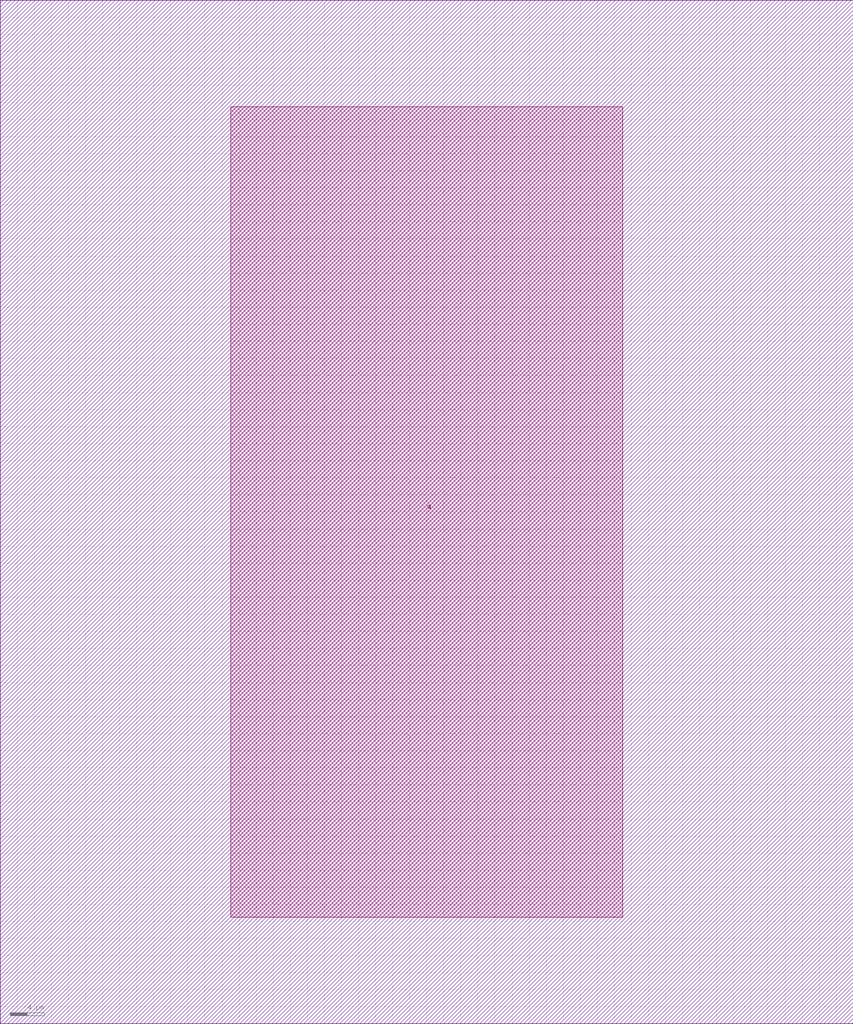
<source format=lef>
VERSION 5.8 ;

BUSBITCHARS "[]" ;

DIVIDERCHAR "/" ;

UNITS
	DATABASE MICRONS 1000 ;
END UNITS

MANUFACTURINGGRID 0.01 ;

CLEARANCEMEASURE EUCLIDEAN ;

USEMINSPACING OBS ON ;

SITE CoreSite
	CLASS CORE ;
	SIZE 1 BY 160 ;
END CoreSite

LAYER M1
	TYPE ROUTING ;
	DIRECTION HORIZONTAL ;
	WIDTH 4.4 ;
	SPACING 5.6 ;
	SPACING 0.09 ENDOFLINE 0.09 WITHIN 0.025 ;
	SPACINGTABLE
		PARALLELRUNLENGTH 0.0
		WIDTH 0.0 0.06
		WIDTH 0.1 0.1
		WIDTH 0.75 0.25
		WIDTH 1.5 0.45 ;
	PITCH 10.0 10.0 ;
END M1

LAYER via1
	TYPE CUT ;
	SPACING 5.6 ;
	WIDTH 4.4 ;
END via1

LAYER M2
	TYPE ROUTING ;
	DIRECTION VERTICAL ;
	WIDTH 4.4 ;
	SPACING 5.6 ;
	SPACING 0.09 ENDOFLINE 0.09 WITHIN 0.025 ;
	SPACINGTABLE
		PARALLELRUNLENGTH 0.0
		WIDTH 0.0 0.06
		WIDTH 0.1 0.1
		WIDTH 0.75 0.25
		WIDTH 1.5 0.45 ;
	PITCH 10.0 10.0 ;
END M2

LAYER via2
	TYPE CUT ;
	SPACING 5.6 ;
	WIDTH 4.4 ;
END via2

LAYER M3
	TYPE ROUTING ;
	DIRECTION HORIZONTAL ;
	WIDTH 4.4 ;
	SPACING 5.6 ;
	SPACING 0.09 ENDOFLINE 0.09 WITHIN 0.025 ;
	SPACINGTABLE
		PARALLELRUNLENGTH 0.0
		WIDTH 0.0 0.06
		WIDTH 0.1 0.1
		WIDTH 0.75 0.25
		WIDTH 1.5 0.45 ;
	PITCH 10.0 10.0 ;
END M3

LAYER via3
	TYPE CUT ;
	SPACING 5.6 ;
	WIDTH 4.4 ;
END via3

LAYER M4
	TYPE ROUTING ;
	DIRECTION VERTICAL ;
	WIDTH 4.4 ;
	SPACING 5.6 ;
	SPACING 0.09 ENDOFLINE 0.09 WITHIN 0.025 ;
	SPACINGTABLE
		PARALLELRUNLENGTH 0.0
		WIDTH 0.0 0.06
		WIDTH 0.1 0.1
		WIDTH 0.75 0.25
		WIDTH 1.5 0.45 ;
	PITCH 10.0 10.0 ;
END M4

LAYER via4
	TYPE CUT ;
	SPACING 5.6 ;
	WIDTH 4.4 ;
END via4

LAYER M5
	TYPE ROUTING ;
	DIRECTION HORIZONTAL ;
	WIDTH 4.4 ;
	SPACING 5.6 ;
	SPACING 0.09 ENDOFLINE 0.09 WITHIN 0.025 ;
	SPACINGTABLE
		PARALLELRUNLENGTH 0.0
		WIDTH 0.0 0.06
		WIDTH 0.1 0.1
		WIDTH 0.75 0.25
		WIDTH 1.5 0.45 ;
	PITCH 10.0 10.0 ;
END M5

LAYER via5
	TYPE CUT ;
	SPACING 5.6 ;
	WIDTH 4.4 ;
END via5

LAYER M6
	TYPE ROUTING ;
	DIRECTION VERTICAL ;
	WIDTH 4.4 ;
	SPACING 5.6 ;
	SPACING 0.09 ENDOFLINE 0.09 WITHIN 0.025 ;
	SPACINGTABLE
		PARALLELRUNLENGTH 0.0
		WIDTH 0.0 0.06
		WIDTH 0.1 0.1
		WIDTH 0.75 0.25
		WIDTH 1.5 0.45 ;
	PITCH 10.0 10.0 ;
END M6

LAYER via6
	TYPE CUT ;
	SPACING 5.6 ;
	WIDTH 4.4 ;
END via6

LAYER M7
	TYPE ROUTING ;
	DIRECTION HORIZONTAL ;
	WIDTH 4.4 ;
	SPACING 5.6 ;
	SPACING 0.09 ENDOFLINE 0.09 WITHIN 0.025 ;
	SPACINGTABLE
		PARALLELRUNLENGTH 0.0
		WIDTH 0.0 0.06
		WIDTH 0.1 0.1
		WIDTH 0.75 0.25
		WIDTH 1.5 0.45 ;
	PITCH 10.0 10.0 ;
END M7

LAYER OVERLAP
	TYPE OVERLAP ;
END OVERLAP

VIA VIA12 DEFAULT
	LAYER M1 ;
		RECT -2.2 -2.2 2.2 2.2 ;
	LAYER via1 ;
		RECT -2.2 -2.2 2.2 2.2 ;
	LAYER M2 ;
		RECT -2.2 -2.2 2.2 2.2 ;
END VIA12

VIA VIA23 DEFAULT
	LAYER M2 ;
		RECT -2.2 -2.2 2.2 2.2 ;
	LAYER via2 ;
		RECT -2.2 -2.2 2.2 2.2 ;
	LAYER M3 ;
		RECT -2.2 -2.2 2.2 2.2 ;
END VIA23

VIA VIA34 DEFAULT
	LAYER M3 ;
		RECT -2.2 -2.2 2.2 2.2 ;
	LAYER via3 ;
		RECT -2.2 -2.2 2.2 2.2 ;
	LAYER M4 ;
		RECT -2.2 -2.2 2.2 2.2 ;
END VIA34

VIA VIA45 DEFAULT
	LAYER M4 ;
		RECT -2.2 -2.2 2.2 2.2 ;
	LAYER via4 ;
		RECT -2.2 -2.2 2.2 2.2 ;
	LAYER M5 ;
		RECT -2.2 -2.2 2.2 2.2 ;
END VIA45

VIA VIA56 DEFAULT
	LAYER M5 ;
		RECT -2.2 -2.2 2.2 2.2 ;
	LAYER via5 ;
		RECT -2.2 -2.2 2.2 2.2 ;
	LAYER M6 ;
		RECT -2.2 -2.2 2.2 2.2 ;
END VIA56

VIA VIA67 DEFAULT
	LAYER M6 ;
		RECT -2.2 -2.2 2.2 2.2 ;
	LAYER via6 ;
		RECT -2.2 -2.2 2.2 2.2 ;
	LAYER M7 ;
		RECT -2.2 -2.2 2.2 2.2 ;
END VIA67

MACRO PAD
	CLASS CORE ;
	ORIGIN 0.0 0.0 ;
	SIZE 100.0 BY 120.0 ;
	SYMMETRY X Y ;
	SITE CoreSite ;
	PIN a
	DIRECTION INOUT ;
	USE SIGNAL ;
		PORT
			LAYER M1 ;
				RECT 27.0 12.5 73.0 107.5 ;
			LAYER M7 ;
				RECT 27.0 12.5 73.0 107.5 ;
		END
	END a
END PAD

MACRO LSmitll_AND2T
	CLASS CORE ;
	SIZE 100.0 BY 70.0 ;
	ORIGIN 0.0 0.0 ;
	SYMMETRY X Y ;
	SITE CoreSite ;
	PIN b
	DIRECTION INPUT ;
	USE SIGNAL ;
		PORT
			LAYER M3 ;
				RECT 82.8 52.8 87.2 57.2 ;
		END
	END b
	PIN clk
	DIRECTION INPUT ;
	USE CLOCK ;
		PORT
			LAYER M3 ;
				RECT 12.8 52.8 17.2 57.2 ;
		END
	END clk
	PIN a
	DIRECTION INPUT ;
	USE SIGNAL ;
		PORT
			LAYER M3 ;
				RECT 12.8 12.8 17.2 17.2 ;
		END
	END a
	PIN q
	DIRECTION OUTPUT ;
	USE SIGNAL ;
		PORT
			LAYER M3 ;
				RECT 82.8 12.8 87.2 17.2 ;
		END
	END q
END LSmitll_AND2T

MACRO LSmitll_DCSFQ-PTLTX
	CLASS CORE ;
	SIZE 60.1 BY 50.0 ;
	ORIGIN -0.1 0.0 ;
	SYMMETRY X Y ;
	SITE CoreSite ;
	PIN q
	DIRECTION OUTPUT ;
	USE SIGNAL ;
		PORT
			LAYER M3 ;
				RECT 52.8 12.8 57.2 17.2 ;
		END
	END q
END LSmitll_DCSFQ-PTLTX

MACRO LSmitll_OR2T
	CLASS CORE ;
	SIZE 100.0 BY 70.0 ;
	ORIGIN 0.0 0.0 ;
	SYMMETRY X Y ;
	SITE CoreSite ;
	PIN clk
	DIRECTION INPUT ;
	USE CLOCK ;
		PORT
			LAYER M3 ;
				RECT 82.8 52.8 87.2 57.2 ;
		END
	END clk
	PIN b
	DIRECTION INPUT ;
	USE SIGNAL ;
		PORT
			LAYER M3 ;
				RECT 12.8 52.8 17.2 57.2 ;
		END
	END b
	PIN a
	DIRECTION INPUT ;
	USE SIGNAL ;
		PORT
			LAYER M3 ;
				RECT 12.8 12.8 17.2 17.2 ;
		END
	END a
	PIN q
	DIRECTION OUTPUT ;
	USE SIGNAL ;
		PORT
			LAYER M3 ;
				RECT 82.8 12.8 87.2 17.2 ;
		END
	END q
END LSmitll_OR2T

MACRO LSmitll_PTLTX
	CLASS CORE ;
	SIZE 30.1 BY 70.0 ;
	ORIGIN -0.1 0.0 ;
	SYMMETRY X Y ;
	SITE CoreSite ;
	PIN q
	DIRECTION OUTPUT ;
	USE SIGNAL ;
		PORT
			LAYER M3 ;
				RECT 22.8 2.8 27.2 7.2 ;
		END
	END q
END LSmitll_PTLTX

MACRO LSmitll_JTLT
	CLASS CORE ;
	SIZE 40.0 BY 70.0 ;
	ORIGIN 0.0 0.0 ;
	SYMMETRY X Y ;
	SITE CoreSite ;
	PIN a
	DIRECTION INPUT ;
	USE SIGNAL ;
		PORT
			LAYER M3 ;
				RECT 2.8 52.8 7.2 57.2 ;
		END
	END a
	PIN q
	DIRECTION OUTPUT ;
	USE SIGNAL ;
		PORT
			LAYER M3 ;
				RECT 32.8 12.8 37.2 17.2 ;
		END
	END q
END LSmitll_JTLT

MACRO LSmitll_NDROT
	CLASS CORE ;
	SIZE 120.0 BY 70.0 ;
	ORIGIN 0.0 0.0 ;
	SYMMETRY X Y ;
	SITE CoreSite ;
	PIN in_clk
	DIRECTION INPUT ;
	USE CLOCK ;
		PORT
			LAYER M3 ;
				RECT 102.8 52.8 107.2 57.2 ;
		END
	END in_clk
	PIN a
	DIRECTION INPUT ;
	USE SIGNAL ;
		PORT
			LAYER M3 ;
				RECT 12.8 52.8 17.2 57.2 ;
		END
	END a
	PIN b
	DIRECTION INPUT ;
	USE SIGNAL ;
		PORT
			LAYER M3 ;
				RECT 12.8 12.8 17.2 17.2 ;
		END
	END b
	PIN q
	DIRECTION OUTPUT ;
	USE SIGNAL ;
		PORT
			LAYER M3 ;
				RECT 102.8 12.8 107.2 17.2 ;
		END
	END q
END LSmitll_NDROT

MACRO LSmitll_PTLRX_SFQDC
	CLASS CORE ;
	SIZE 100.1 BY 70.0 ;
	ORIGIN 0.0 0.0 ;
	SYMMETRY X Y ;
	SITE CoreSite ;
	PIN a
	DIRECTION INPUT ;
	USE SIGNAL ;
		PORT
			LAYER M3 ;
				RECT 12.8 52.8 17.2 57.2 ;
		END
	END a
END LSmitll_PTLRX_SFQDC

MACRO LSmitll_DFFT
	CLASS CORE ;
	SIZE 80.0 BY 70.0 ;
	ORIGIN 0.0 0.0 ;
	SYMMETRY X Y ;
	SITE CoreSite ;
	PIN clk
	DIRECTION INPUT ;
	USE CLOCK ;
		PORT
			LAYER M3 ;
				RECT 12.8 52.8 17.2 57.2 ;
		END
	END clk
	PIN a
	DIRECTION INPUT ;
	USE SIGNAL ;
		PORT
			LAYER M3 ;
				RECT 12.8 12.8 17.2 17.2 ;
		END
	END a
	PIN q
	DIRECTION OUTPUT ;
	USE SIGNAL ;
		PORT
			LAYER M3 ;
				RECT 62.8 12.8 67.2 17.2 ;
		END
	END q
END LSmitll_DFFT

MACRO LSmitll_NOTT
	CLASS CORE ;
	SIZE 100.0 BY 70.0 ;
	ORIGIN 0.0 0.0 ;
	SYMMETRY X Y ;
	SITE CoreSite ;
	PIN a
	DIRECTION INPUT ;
	USE SIGNAL ;
		PORT
			LAYER M3 ;
				RECT 12.8 52.8 17.2 57.2 ;
		END
	END a
	PIN clk
	DIRECTION INPUT ;
	USE CLOCK ;
		PORT
			LAYER M3 ;
				RECT 12.8 12.8 17.2 17.2 ;
		END
	END clk
	PIN q
	DIRECTION OUTPUT ;
	USE SIGNAL ;
		PORT
			LAYER M3 ;
				RECT 82.8 12.8 87.2 17.2 ;
		END
	END q
END LSmitll_NOTT

MACRO LSmitll_SPLITT
	CLASS CORE ;
	SIZE 50.0 BY 70.0 ;
	ORIGIN 0.0 0.0 ;
	SYMMETRY X Y ;
	SITE CoreSite ;
	PIN a
	DIRECTION INPUT ;
	USE SIGNAL ;
		PORT
			LAYER M3 ;
				RECT 12.8 52.8 17.2 57.2 ;
		END
	END a
	PIN q0
	DIRECTION OUTPUT ;
	USE SIGNAL ;
		PORT
			LAYER M3 ;
				RECT 12.8 12.8 17.2 17.2 ;
		END
	END q0
	PIN q1
	DIRECTION OUTPUT ;
	USE SIGNAL ;
		PORT
			LAYER M3 ;
				RECT 32.8 12.8 37.2 17.2 ;
		END
	END q1
END LSmitll_SPLITT

MACRO LSmitll_XORT
	CLASS CORE ;
	SIZE 100.0 BY 70.0 ;
	ORIGIN 0.0 0.0 ;
	SYMMETRY X Y ;
	SITE CoreSite ;
	PIN clk
	DIRECTION INPUT ;
	USE CLOCK ;
		PORT
			LAYER M3 ;
				RECT 82.8 52.8 87.2 57.2 ;
		END
	END clk
	PIN a
	DIRECTION INPUT ;
	USE SIGNAL ;
		PORT
			LAYER M3 ;
				RECT 12.8 52.8 17.2 57.2 ;
		END
	END a
	PIN b
	DIRECTION INPUT ;
	USE SIGNAL ;
		PORT
			LAYER M3 ;
				RECT 12.8 12.8 17.2 17.2 ;
		END
	END b
	PIN q
	DIRECTION OUTPUT ;
	USE SIGNAL ;
		PORT
			LAYER M3 ;
				RECT 82.8 12.8 87.2 17.2 ;
		END
	END q
END LSmitll_XORT

END LIBRARY

</source>
